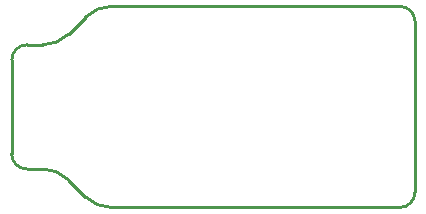
<source format=gko>
G04*
G04 #@! TF.GenerationSoftware,Altium Limited,Altium Designer,22.1.2 (22)*
G04*
G04 Layer_Color=16711935*
%FSLAX44Y44*%
%MOMM*%
G71*
G04*
G04 #@! TF.SameCoordinates,3CBB6683-9870-4264-921C-6CE77DAC6C85*
G04*
G04*
G04 #@! TF.FilePolarity,Positive*
G04*
G01*
G75*
%ADD36C,0.2540*%
D36*
X30000Y103950D02*
G03*
X51680Y112930I0J30661D01*
G01*
X87900Y136450D02*
G03*
X66220Y127470I0J-30661D01*
G01*
X16450Y103950D02*
G03*
X3750Y91250I0J-12700D01*
G01*
X3550Y11450D02*
G03*
X16250Y-1250I12700J0D01*
G01*
X51480Y-10230D02*
G03*
X29800Y-1250I-21680J-21680D01*
G01*
X66020Y-24770D02*
G03*
X87700Y-33750I21680J21680D01*
G01*
X345000Y123750D02*
G03*
X332300Y136450I-12700J0D01*
G01*
Y-33750D02*
G03*
X345000Y-21050I0J12700D01*
G01*
X87900Y136450D02*
X319233Y136450D01*
X51680Y112930D02*
X66220Y127470D01*
X16450Y103950D02*
X30000D01*
X3550Y11450D02*
Y91250D01*
X16250Y-1250D02*
X29800D01*
X51480Y-10230D02*
X66020Y-24770D01*
X319233Y136450D02*
X332300D01*
X345000Y-21050D02*
Y123750D01*
X87700Y-33750D02*
X332300Y-33750D01*
M02*

</source>
